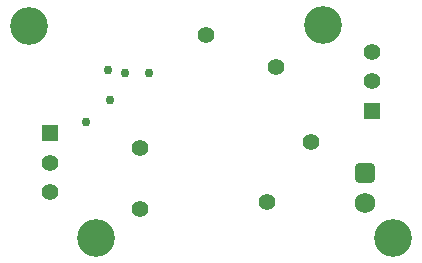
<source format=gbs>
G04*
G04 #@! TF.GenerationSoftware,Altium Limited,Altium Designer,24.3.1 (35)*
G04*
G04 Layer_Color=16711935*
%FSLAX44Y44*%
%MOMM*%
G71*
G04*
G04 #@! TF.SameCoordinates,A55C384A-10D3-4AF3-AD7F-F2B73029A162*
G04*
G04*
G04 #@! TF.FilePolarity,Negative*
G04*
G01*
G75*
%ADD26R,1.4000X1.4000*%
%ADD27C,1.4000*%
G04:AMPARAMS|DCode=28|XSize=1.75mm|YSize=1.75mm|CornerRadius=0.475mm|HoleSize=0mm|Usage=FLASHONLY|Rotation=270.000|XOffset=0mm|YOffset=0mm|HoleType=Round|Shape=RoundedRectangle|*
%AMROUNDEDRECTD28*
21,1,1.7500,0.8000,0,0,270.0*
21,1,0.8000,1.7500,0,0,270.0*
1,1,0.9500,-0.4000,-0.4000*
1,1,0.9500,-0.4000,0.4000*
1,1,0.9500,0.4000,0.4000*
1,1,0.9500,0.4000,-0.4000*
%
%ADD28ROUNDEDRECTD28*%
%ADD29C,1.7500*%
%ADD30C,3.1980*%
%ADD31C,1.4200*%
%ADD32C,0.7500*%
D26*
X325120Y359010D02*
D03*
X598170Y377990D02*
D03*
D27*
X325120Y334010D02*
D03*
Y309010D02*
D03*
X598170Y427990D02*
D03*
Y402990D02*
D03*
D28*
X591820Y325120D02*
D03*
D29*
Y299720D02*
D03*
D30*
X307340Y449580D02*
D03*
X556260Y450850D02*
D03*
X615950Y270510D02*
D03*
X364490D02*
D03*
D31*
X401320Y294640D02*
D03*
Y346710D02*
D03*
X546100Y351790D02*
D03*
X516890Y415290D02*
D03*
X457200Y441960D02*
D03*
X509270Y300990D02*
D03*
D32*
X409356Y410210D02*
D03*
X388620D02*
D03*
X374180Y412477D02*
D03*
X375920Y387350D02*
D03*
X355600Y368300D02*
D03*
M02*

</source>
